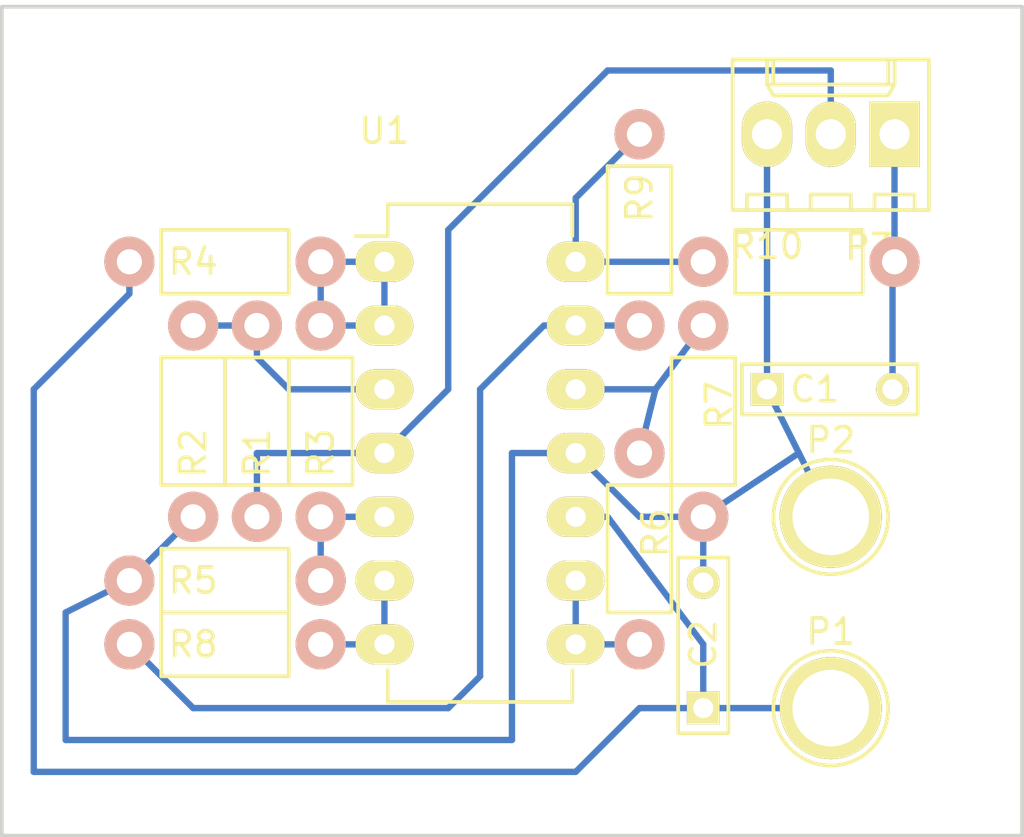
<source format=kicad_pcb>
(kicad_pcb (version 4) (host pcbnew "(2014-jul-16 BZR unknown)-product")

  (general
    (links 31)
    (no_connects 0)
    (area 109.144999 97.079999 166.445001 136.600001)
    (thickness 1.6)
    (drawings 4)
    (tracks 63)
    (zones 0)
    (modules 16)
    (nets 13)
  )

  (page A4)
  (layers
    (0 F.Cu signal)
    (31 B.Cu signal)
    (32 B.Adhes user)
    (33 F.Adhes user)
    (34 B.Paste user)
    (35 F.Paste user)
    (36 B.SilkS user)
    (37 F.SilkS user)
    (38 B.Mask user)
    (39 F.Mask user)
    (40 Dwgs.User user)
    (41 Cmts.User user)
    (42 Eco1.User user)
    (43 Eco2.User user)
    (44 Edge.Cuts user)
    (45 Margin user)
    (46 B.CrtYd user)
    (47 F.CrtYd user)
    (48 B.Fab user)
    (49 F.Fab user)
  )

  (setup
    (last_trace_width 0.254)
    (trace_clearance 0.254)
    (zone_clearance 0.508)
    (zone_45_only no)
    (trace_min 0.254)
    (segment_width 0.2)
    (edge_width 0.15)
    (via_size 0.889)
    (via_drill 0.635)
    (via_min_size 0.889)
    (via_min_drill 0.508)
    (uvia_size 0.508)
    (uvia_drill 0.127)
    (uvias_allowed no)
    (uvia_min_size 0.508)
    (uvia_min_drill 0.127)
    (pcb_text_width 0.3)
    (pcb_text_size 1 1)
    (mod_edge_width 0.15)
    (mod_text_size 1 1)
    (mod_text_width 0.15)
    (pad_size 1 1)
    (pad_drill 0.6)
    (pad_to_mask_clearance 0)
    (aux_axis_origin 0 0)
    (visible_elements 7FFFFFFF)
    (pcbplotparams
      (layerselection 0x00030_80000001)
      (usegerberextensions false)
      (excludeedgelayer true)
      (linewidth 0.100000)
      (plotframeref false)
      (viasonmask false)
      (mode 1)
      (useauxorigin false)
      (hpglpennumber 1)
      (hpglpenspeed 20)
      (hpglpendiameter 15)
      (hpglpenoverlay 2)
      (psnegative false)
      (psa4output false)
      (plotreference true)
      (plotvalue true)
      (plotinvisibletext false)
      (padsonsilk false)
      (subtractmaskfromsilk false)
      (outputformat 1)
      (mirror false)
      (drillshape 1)
      (scaleselection 1)
      (outputdirectory ""))
  )

  (net 0 "")
  (net 1 "Net-(C2-Pad1)")
  (net 2 GND)
  (net 3 +5V)
  (net 4 "Net-(R1-Pad2)")
  (net 5 "Net-(R3-Pad1)")
  (net 6 "Net-(R3-Pad2)")
  (net 7 "Net-(R6-Pad1)")
  (net 8 "Net-(R6-Pad2)")
  (net 9 "Net-(R8-Pad1)")
  (net 10 "Net-(R8-Pad2)")
  (net 11 "Net-(C1-Pad2)")
  (net 12 "Net-(R10-Pad2)")

  (net_class Default "Ceci est la Netclass par défaut"
    (clearance 0.254)
    (trace_width 0.254)
    (via_dia 0.889)
    (via_drill 0.635)
    (uvia_dia 0.508)
    (uvia_drill 0.127)
    (add_net +5V)
    (add_net GND)
    (add_net "Net-(C1-Pad2)")
    (add_net "Net-(C2-Pad1)")
    (add_net "Net-(R1-Pad2)")
    (add_net "Net-(R10-Pad2)")
    (add_net "Net-(R3-Pad1)")
    (add_net "Net-(R3-Pad2)")
    (add_net "Net-(R6-Pad1)")
    (add_net "Net-(R6-Pad2)")
    (add_net "Net-(R8-Pad1)")
    (add_net "Net-(R8-Pad2)")
  )

  (module Capacitors_ThroughHole:C_Rect_L7_W2_P5 placed (layer F.Cu) (tedit 574C3538) (tstamp 574C310E)
    (at 142.24 124.46 90)
    (descr "Film Capacitor Length 7 x Width 2mm, Pitch 5mm")
    (tags Capacitor)
    (path /574C2E39)
    (fp_text reference C2 (at 2.54 0 90) (layer F.SilkS)
      (effects (font (size 1 1) (thickness 0.15)))
    )
    (fp_text value 100n (at 2.5 2.5 90) (layer F.Fab)
      (effects (font (size 1 1) (thickness 0.15)))
    )
    (fp_line (start -1.25 -1.25) (end 6.25 -1.25) (layer F.CrtYd) (width 0.05))
    (fp_line (start 6.25 -1.25) (end 6.25 1.25) (layer F.CrtYd) (width 0.05))
    (fp_line (start 6.25 1.25) (end -1.25 1.25) (layer F.CrtYd) (width 0.05))
    (fp_line (start -1.25 1.25) (end -1.25 -1.25) (layer F.CrtYd) (width 0.05))
    (fp_line (start -1 -1) (end 6 -1) (layer F.SilkS) (width 0.15))
    (fp_line (start 6 -1) (end 6 1) (layer F.SilkS) (width 0.15))
    (fp_line (start 6 1) (end -1 1) (layer F.SilkS) (width 0.15))
    (fp_line (start -1 1) (end -1 -1) (layer F.SilkS) (width 0.15))
    (pad 1 thru_hole rect (at 0 0 90) (size 1.3 1.3) (drill 0.8) (layers *.Cu *.Mask F.SilkS)
      (net 1 "Net-(C2-Pad1)"))
    (pad 2 thru_hole circle (at 5 0 90) (size 1.3 1.3) (drill 0.8) (layers *.Cu *.Mask F.SilkS)
      (net 2 GND))
    (model Capacitors_ThroughHole.3dshapes/C_Rect_L7_W2_P5.wrl
      (at (xyz 0.098425 0 0))
      (scale (xyz 1 1 1))
      (rotate (xyz 0 0 0))
    )
  )

  (module Connect:1pin placed (layer F.Cu) (tedit 574C30DA) (tstamp 574C3113)
    (at 147.32 124.46)
    (descr "module 1 pin (ou trou mecanique de percage)")
    (tags DEV)
    (path /574C3145)
    (fp_text reference P1 (at 0 -3.048) (layer F.SilkS)
      (effects (font (size 1 1) (thickness 0.15)))
    )
    (fp_text value CONN_01X01 (at 0 2.794) (layer F.Fab)
      (effects (font (size 1 1) (thickness 0.15)))
    )
    (fp_circle (center 0 0) (end 0 -2.286) (layer F.SilkS) (width 0.15))
    (pad 1 thru_hole circle (at 0 0) (size 4.064 4.064) (drill 3.048) (layers *.Cu *.Mask F.SilkS)
      (net 1 "Net-(C2-Pad1)"))
  )

  (module Connect:1pin placed (layer F.Cu) (tedit 574C30DA) (tstamp 574C3118)
    (at 147.32 116.84)
    (descr "module 1 pin (ou trou mecanique de percage)")
    (tags DEV)
    (path /574C3106)
    (fp_text reference P2 (at 0 -3.048) (layer F.SilkS)
      (effects (font (size 1 1) (thickness 0.15)))
    )
    (fp_text value CONN_01X01 (at 0 2.794) (layer F.Fab)
      (effects (font (size 1 1) (thickness 0.15)))
    )
    (fp_circle (center 0 0) (end 0 -2.286) (layer F.SilkS) (width 0.15))
    (pad 1 thru_hole circle (at 0 0) (size 4.064 4.064) (drill 3.048) (layers *.Cu *.Mask F.SilkS)
      (net 2 GND))
  )

  (module Resistors_ThroughHole:Resistor_Horizontal_RM7mm placed (layer F.Cu) (tedit 574C34FB) (tstamp 574C3123)
    (at 124.46 116.84 90)
    (descr "Resistor, Axial,  RM 7.62mm, 1/3W,")
    (tags "Resistor Axial RM 7.62mm 1/3W R3")
    (path /574C2A2B)
    (fp_text reference R1 (at 2.54 0 90) (layer F.SilkS)
      (effects (font (size 1 1) (thickness 0.15)))
    )
    (fp_text value 10k (at 5.08 0 90) (layer F.Fab)
      (effects (font (size 1 1) (thickness 0.15)))
    )
    (fp_line (start -1.25 -1.5) (end 8.85 -1.5) (layer F.CrtYd) (width 0.05))
    (fp_line (start -1.25 1.5) (end -1.25 -1.5) (layer F.CrtYd) (width 0.05))
    (fp_line (start 8.85 -1.5) (end 8.85 1.5) (layer F.CrtYd) (width 0.05))
    (fp_line (start -1.25 1.5) (end 8.85 1.5) (layer F.CrtYd) (width 0.05))
    (fp_line (start 1.27 -1.27) (end 6.35 -1.27) (layer F.SilkS) (width 0.15))
    (fp_line (start 6.35 -1.27) (end 6.35 1.27) (layer F.SilkS) (width 0.15))
    (fp_line (start 6.35 1.27) (end 1.27 1.27) (layer F.SilkS) (width 0.15))
    (fp_line (start 1.27 1.27) (end 1.27 -1.27) (layer F.SilkS) (width 0.15))
    (pad 1 thru_hole circle (at 0 0 90) (size 1.99898 1.99898) (drill 1.00076) (layers *.Cu *.SilkS *.Mask)
      (net 3 +5V))
    (pad 2 thru_hole circle (at 7.62 0 90) (size 1.99898 1.99898) (drill 1.00076) (layers *.Cu *.SilkS *.Mask)
      (net 4 "Net-(R1-Pad2)"))
  )

  (module Resistors_ThroughHole:Resistor_Horizontal_RM7mm placed (layer F.Cu) (tedit 574C34F7) (tstamp 574C3129)
    (at 121.92 109.22 270)
    (descr "Resistor, Axial,  RM 7.62mm, 1/3W,")
    (tags "Resistor Axial RM 7.62mm 1/3W R3")
    (path /574C2A6C)
    (fp_text reference R2 (at 5.08 0 270) (layer F.SilkS)
      (effects (font (size 1 1) (thickness 0.15)))
    )
    (fp_text value 1k (at 2.54 0 270) (layer F.Fab)
      (effects (font (size 1 1) (thickness 0.15)))
    )
    (fp_line (start -1.25 -1.5) (end 8.85 -1.5) (layer F.CrtYd) (width 0.05))
    (fp_line (start -1.25 1.5) (end -1.25 -1.5) (layer F.CrtYd) (width 0.05))
    (fp_line (start 8.85 -1.5) (end 8.85 1.5) (layer F.CrtYd) (width 0.05))
    (fp_line (start -1.25 1.5) (end 8.85 1.5) (layer F.CrtYd) (width 0.05))
    (fp_line (start 1.27 -1.27) (end 6.35 -1.27) (layer F.SilkS) (width 0.15))
    (fp_line (start 6.35 -1.27) (end 6.35 1.27) (layer F.SilkS) (width 0.15))
    (fp_line (start 6.35 1.27) (end 1.27 1.27) (layer F.SilkS) (width 0.15))
    (fp_line (start 1.27 1.27) (end 1.27 -1.27) (layer F.SilkS) (width 0.15))
    (pad 1 thru_hole circle (at 0 0 270) (size 1.99898 1.99898) (drill 1.00076) (layers *.Cu *.SilkS *.Mask)
      (net 4 "Net-(R1-Pad2)"))
    (pad 2 thru_hole circle (at 7.62 0 270) (size 1.99898 1.99898) (drill 1.00076) (layers *.Cu *.SilkS *.Mask)
      (net 2 GND))
  )

  (module Resistors_ThroughHole:Resistor_Horizontal_RM7mm placed (layer F.Cu) (tedit 574C3504) (tstamp 574C312F)
    (at 127 116.84 90)
    (descr "Resistor, Axial,  RM 7.62mm, 1/3W,")
    (tags "Resistor Axial RM 7.62mm 1/3W R3")
    (path /574C2BB5)
    (fp_text reference R3 (at 2.54 0 90) (layer F.SilkS)
      (effects (font (size 1 1) (thickness 0.15)))
    )
    (fp_text value 10k (at 5.08 0 90) (layer F.Fab)
      (effects (font (size 1 1) (thickness 0.15)))
    )
    (fp_line (start -1.25 -1.5) (end 8.85 -1.5) (layer F.CrtYd) (width 0.05))
    (fp_line (start -1.25 1.5) (end -1.25 -1.5) (layer F.CrtYd) (width 0.05))
    (fp_line (start 8.85 -1.5) (end 8.85 1.5) (layer F.CrtYd) (width 0.05))
    (fp_line (start -1.25 1.5) (end 8.85 1.5) (layer F.CrtYd) (width 0.05))
    (fp_line (start 1.27 -1.27) (end 6.35 -1.27) (layer F.SilkS) (width 0.15))
    (fp_line (start 6.35 -1.27) (end 6.35 1.27) (layer F.SilkS) (width 0.15))
    (fp_line (start 6.35 1.27) (end 1.27 1.27) (layer F.SilkS) (width 0.15))
    (fp_line (start 1.27 1.27) (end 1.27 -1.27) (layer F.SilkS) (width 0.15))
    (pad 1 thru_hole circle (at 0 0 90) (size 1.99898 1.99898) (drill 1.00076) (layers *.Cu *.SilkS *.Mask)
      (net 5 "Net-(R3-Pad1)"))
    (pad 2 thru_hole circle (at 7.62 0 90) (size 1.99898 1.99898) (drill 1.00076) (layers *.Cu *.SilkS *.Mask)
      (net 6 "Net-(R3-Pad2)"))
  )

  (module Resistors_ThroughHole:Resistor_Horizontal_RM7mm placed (layer F.Cu) (tedit 574C350E) (tstamp 574C3135)
    (at 127 106.68 180)
    (descr "Resistor, Axial,  RM 7.62mm, 1/3W,")
    (tags "Resistor Axial RM 7.62mm 1/3W R3")
    (path /574C2C27)
    (fp_text reference R4 (at 5.08 0 180) (layer F.SilkS)
      (effects (font (size 1 1) (thickness 0.15)))
    )
    (fp_text value 10k (at 2.54 0 180) (layer F.Fab)
      (effects (font (size 1 1) (thickness 0.15)))
    )
    (fp_line (start -1.25 -1.5) (end 8.85 -1.5) (layer F.CrtYd) (width 0.05))
    (fp_line (start -1.25 1.5) (end -1.25 -1.5) (layer F.CrtYd) (width 0.05))
    (fp_line (start 8.85 -1.5) (end 8.85 1.5) (layer F.CrtYd) (width 0.05))
    (fp_line (start -1.25 1.5) (end 8.85 1.5) (layer F.CrtYd) (width 0.05))
    (fp_line (start 1.27 -1.27) (end 6.35 -1.27) (layer F.SilkS) (width 0.15))
    (fp_line (start 6.35 -1.27) (end 6.35 1.27) (layer F.SilkS) (width 0.15))
    (fp_line (start 6.35 1.27) (end 1.27 1.27) (layer F.SilkS) (width 0.15))
    (fp_line (start 1.27 1.27) (end 1.27 -1.27) (layer F.SilkS) (width 0.15))
    (pad 1 thru_hole circle (at 0 0 180) (size 1.99898 1.99898) (drill 1.00076) (layers *.Cu *.SilkS *.Mask)
      (net 6 "Net-(R3-Pad2)"))
    (pad 2 thru_hole circle (at 7.62 0 180) (size 1.99898 1.99898) (drill 1.00076) (layers *.Cu *.SilkS *.Mask)
      (net 1 "Net-(C2-Pad1)"))
  )

  (module Resistors_ThroughHole:Resistor_Horizontal_RM7mm placed (layer F.Cu) (tedit 574C3546) (tstamp 574C313B)
    (at 119.38 119.38)
    (descr "Resistor, Axial,  RM 7.62mm, 1/3W,")
    (tags "Resistor Axial RM 7.62mm 1/3W R3")
    (path /574C2C5D)
    (fp_text reference R5 (at 2.54 0) (layer F.SilkS)
      (effects (font (size 1 1) (thickness 0.15)))
    )
    (fp_text value 10k (at 5.08 0) (layer F.Fab)
      (effects (font (size 1 1) (thickness 0.15)))
    )
    (fp_line (start -1.25 -1.5) (end 8.85 -1.5) (layer F.CrtYd) (width 0.05))
    (fp_line (start -1.25 1.5) (end -1.25 -1.5) (layer F.CrtYd) (width 0.05))
    (fp_line (start 8.85 -1.5) (end 8.85 1.5) (layer F.CrtYd) (width 0.05))
    (fp_line (start -1.25 1.5) (end 8.85 1.5) (layer F.CrtYd) (width 0.05))
    (fp_line (start 1.27 -1.27) (end 6.35 -1.27) (layer F.SilkS) (width 0.15))
    (fp_line (start 6.35 -1.27) (end 6.35 1.27) (layer F.SilkS) (width 0.15))
    (fp_line (start 6.35 1.27) (end 1.27 1.27) (layer F.SilkS) (width 0.15))
    (fp_line (start 1.27 1.27) (end 1.27 -1.27) (layer F.SilkS) (width 0.15))
    (pad 1 thru_hole circle (at 0 0) (size 1.99898 1.99898) (drill 1.00076) (layers *.Cu *.SilkS *.Mask)
      (net 2 GND))
    (pad 2 thru_hole circle (at 7.62 0) (size 1.99898 1.99898) (drill 1.00076) (layers *.Cu *.SilkS *.Mask)
      (net 5 "Net-(R3-Pad1)"))
  )

  (module Resistors_ThroughHole:Resistor_Horizontal_RM7mm placed (layer F.Cu) (tedit 574C352C) (tstamp 574C4299)
    (at 139.7 114.3 270)
    (descr "Resistor, Axial,  RM 7.62mm, 1/3W,")
    (tags "Resistor Axial RM 7.62mm 1/3W R3")
    (path /574C36A7)
    (fp_text reference R6 (at 3.175 -0.635 270) (layer F.SilkS)
      (effects (font (size 1 1) (thickness 0.15)))
    )
    (fp_text value 2.2k (at 4.445 0.635 270) (layer F.Fab)
      (effects (font (size 1 1) (thickness 0.15)))
    )
    (fp_line (start -1.25 -1.5) (end 8.85 -1.5) (layer F.CrtYd) (width 0.05))
    (fp_line (start -1.25 1.5) (end -1.25 -1.5) (layer F.CrtYd) (width 0.05))
    (fp_line (start 8.85 -1.5) (end 8.85 1.5) (layer F.CrtYd) (width 0.05))
    (fp_line (start -1.25 1.5) (end 8.85 1.5) (layer F.CrtYd) (width 0.05))
    (fp_line (start 1.27 -1.27) (end 6.35 -1.27) (layer F.SilkS) (width 0.15))
    (fp_line (start 6.35 -1.27) (end 6.35 1.27) (layer F.SilkS) (width 0.15))
    (fp_line (start 6.35 1.27) (end 1.27 1.27) (layer F.SilkS) (width 0.15))
    (fp_line (start 1.27 1.27) (end 1.27 -1.27) (layer F.SilkS) (width 0.15))
    (pad 1 thru_hole circle (at 0 0 270) (size 1.99898 1.99898) (drill 1.00076) (layers *.Cu *.SilkS *.Mask)
      (net 7 "Net-(R6-Pad1)"))
    (pad 2 thru_hole circle (at 7.62 0 270) (size 1.99898 1.99898) (drill 1.00076) (layers *.Cu *.SilkS *.Mask)
      (net 8 "Net-(R6-Pad2)"))
  )

  (module Resistors_ThroughHole:Resistor_Horizontal_RM7mm placed (layer F.Cu) (tedit 574C3532) (tstamp 574C3147)
    (at 142.24 109.22 270)
    (descr "Resistor, Axial,  RM 7.62mm, 1/3W,")
    (tags "Resistor Axial RM 7.62mm 1/3W R3")
    (path /574C37D0)
    (fp_text reference R7 (at 3.175 -0.635 270) (layer F.SilkS)
      (effects (font (size 1 1) (thickness 0.15)))
    )
    (fp_text value 47k (at 4.445 0.635 270) (layer F.Fab)
      (effects (font (size 1 1) (thickness 0.15)))
    )
    (fp_line (start -1.25 -1.5) (end 8.85 -1.5) (layer F.CrtYd) (width 0.05))
    (fp_line (start -1.25 1.5) (end -1.25 -1.5) (layer F.CrtYd) (width 0.05))
    (fp_line (start 8.85 -1.5) (end 8.85 1.5) (layer F.CrtYd) (width 0.05))
    (fp_line (start -1.25 1.5) (end 8.85 1.5) (layer F.CrtYd) (width 0.05))
    (fp_line (start 1.27 -1.27) (end 6.35 -1.27) (layer F.SilkS) (width 0.15))
    (fp_line (start 6.35 -1.27) (end 6.35 1.27) (layer F.SilkS) (width 0.15))
    (fp_line (start 6.35 1.27) (end 1.27 1.27) (layer F.SilkS) (width 0.15))
    (fp_line (start 1.27 1.27) (end 1.27 -1.27) (layer F.SilkS) (width 0.15))
    (pad 1 thru_hole circle (at 0 0 270) (size 1.99898 1.99898) (drill 1.00076) (layers *.Cu *.SilkS *.Mask)
      (net 7 "Net-(R6-Pad1)"))
    (pad 2 thru_hole circle (at 7.62 0 270) (size 1.99898 1.99898) (drill 1.00076) (layers *.Cu *.SilkS *.Mask)
      (net 2 GND))
  )

  (module Resistors_ThroughHole:Resistor_Horizontal_RM7mm placed (layer F.Cu) (tedit 574C354B) (tstamp 574C314D)
    (at 119.38 121.92)
    (descr "Resistor, Axial,  RM 7.62mm, 1/3W,")
    (tags "Resistor Axial RM 7.62mm 1/3W R3")
    (path /574C3737)
    (fp_text reference R8 (at 2.54 0) (layer F.SilkS)
      (effects (font (size 1 1) (thickness 0.15)))
    )
    (fp_text value 2.2k (at 5.08 0) (layer F.Fab)
      (effects (font (size 1 1) (thickness 0.15)))
    )
    (fp_line (start -1.25 -1.5) (end 8.85 -1.5) (layer F.CrtYd) (width 0.05))
    (fp_line (start -1.25 1.5) (end -1.25 -1.5) (layer F.CrtYd) (width 0.05))
    (fp_line (start 8.85 -1.5) (end 8.85 1.5) (layer F.CrtYd) (width 0.05))
    (fp_line (start -1.25 1.5) (end 8.85 1.5) (layer F.CrtYd) (width 0.05))
    (fp_line (start 1.27 -1.27) (end 6.35 -1.27) (layer F.SilkS) (width 0.15))
    (fp_line (start 6.35 -1.27) (end 6.35 1.27) (layer F.SilkS) (width 0.15))
    (fp_line (start 6.35 1.27) (end 1.27 1.27) (layer F.SilkS) (width 0.15))
    (fp_line (start 1.27 1.27) (end 1.27 -1.27) (layer F.SilkS) (width 0.15))
    (pad 1 thru_hole circle (at 0 0) (size 1.99898 1.99898) (drill 1.00076) (layers *.Cu *.SilkS *.Mask)
      (net 9 "Net-(R8-Pad1)"))
    (pad 2 thru_hole circle (at 7.62 0) (size 1.99898 1.99898) (drill 1.00076) (layers *.Cu *.SilkS *.Mask)
      (net 10 "Net-(R8-Pad2)"))
  )

  (module Resistors_ThroughHole:Resistor_Horizontal_RM7mm placed (layer F.Cu) (tedit 574C3524) (tstamp 574C3153)
    (at 139.7 101.6 270)
    (descr "Resistor, Axial,  RM 7.62mm, 1/3W,")
    (tags "Resistor Axial RM 7.62mm 1/3W R3")
    (path /574C3ACE)
    (fp_text reference R9 (at 2.54 0 270) (layer F.SilkS)
      (effects (font (size 1 1) (thickness 0.15)))
    )
    (fp_text value 47k (at 5.08 0 270) (layer F.Fab)
      (effects (font (size 1 1) (thickness 0.15)))
    )
    (fp_line (start -1.25 -1.5) (end 8.85 -1.5) (layer F.CrtYd) (width 0.05))
    (fp_line (start -1.25 1.5) (end -1.25 -1.5) (layer F.CrtYd) (width 0.05))
    (fp_line (start 8.85 -1.5) (end 8.85 1.5) (layer F.CrtYd) (width 0.05))
    (fp_line (start -1.25 1.5) (end 8.85 1.5) (layer F.CrtYd) (width 0.05))
    (fp_line (start 1.27 -1.27) (end 6.35 -1.27) (layer F.SilkS) (width 0.15))
    (fp_line (start 6.35 -1.27) (end 6.35 1.27) (layer F.SilkS) (width 0.15))
    (fp_line (start 6.35 1.27) (end 1.27 1.27) (layer F.SilkS) (width 0.15))
    (fp_line (start 1.27 1.27) (end 1.27 -1.27) (layer F.SilkS) (width 0.15))
    (pad 1 thru_hole circle (at 0 0 270) (size 1.99898 1.99898) (drill 1.00076) (layers *.Cu *.SilkS *.Mask)
      (net 12 "Net-(R10-Pad2)"))
    (pad 2 thru_hole circle (at 7.62 0 270) (size 1.99898 1.99898) (drill 1.00076) (layers *.Cu *.SilkS *.Mask)
      (net 9 "Net-(R8-Pad1)"))
  )

  (module Housings_DIP:DIP-14_W7.62mm_LongPads placed (layer F.Cu) (tedit 574C3515) (tstamp 574C3165)
    (at 129.54 106.68)
    (descr "14-lead dip package, row spacing 7.62 mm (300 mils), longer pads")
    (tags "dil dip 2.54 300")
    (path /574C29FA)
    (fp_text reference U1 (at 0 -5.22) (layer F.SilkS)
      (effects (font (size 1 1) (thickness 0.15)))
    )
    (fp_text value LM324N (at 5.08 -5.08) (layer F.Fab)
      (effects (font (size 1 1) (thickness 0.15)))
    )
    (fp_line (start -1.4 -2.45) (end -1.4 17.7) (layer F.CrtYd) (width 0.05))
    (fp_line (start 9 -2.45) (end 9 17.7) (layer F.CrtYd) (width 0.05))
    (fp_line (start -1.4 -2.45) (end 9 -2.45) (layer F.CrtYd) (width 0.05))
    (fp_line (start -1.4 17.7) (end 9 17.7) (layer F.CrtYd) (width 0.05))
    (fp_line (start 0.135 -2.295) (end 0.135 -1.025) (layer F.SilkS) (width 0.15))
    (fp_line (start 7.485 -2.295) (end 7.485 -1.025) (layer F.SilkS) (width 0.15))
    (fp_line (start 7.485 17.535) (end 7.485 16.265) (layer F.SilkS) (width 0.15))
    (fp_line (start 0.135 17.535) (end 0.135 16.265) (layer F.SilkS) (width 0.15))
    (fp_line (start 0.135 -2.295) (end 7.485 -2.295) (layer F.SilkS) (width 0.15))
    (fp_line (start 0.135 17.535) (end 7.485 17.535) (layer F.SilkS) (width 0.15))
    (fp_line (start 0.135 -1.025) (end -1.15 -1.025) (layer F.SilkS) (width 0.15))
    (pad 1 thru_hole oval (at 0 0) (size 2.3 1.6) (drill 0.8) (layers *.Cu *.Mask F.SilkS)
      (net 6 "Net-(R3-Pad2)"))
    (pad 2 thru_hole oval (at 0 2.54) (size 2.3 1.6) (drill 0.8) (layers *.Cu *.Mask F.SilkS)
      (net 6 "Net-(R3-Pad2)"))
    (pad 3 thru_hole oval (at 0 5.08) (size 2.3 1.6) (drill 0.8) (layers *.Cu *.Mask F.SilkS)
      (net 4 "Net-(R1-Pad2)"))
    (pad 4 thru_hole oval (at 0 7.62) (size 2.3 1.6) (drill 0.8) (layers *.Cu *.Mask F.SilkS)
      (net 3 +5V))
    (pad 5 thru_hole oval (at 0 10.16) (size 2.3 1.6) (drill 0.8) (layers *.Cu *.Mask F.SilkS)
      (net 5 "Net-(R3-Pad1)"))
    (pad 6 thru_hole oval (at 0 12.7) (size 2.3 1.6) (drill 0.8) (layers *.Cu *.Mask F.SilkS)
      (net 10 "Net-(R8-Pad2)"))
    (pad 7 thru_hole oval (at 0 15.24) (size 2.3 1.6) (drill 0.8) (layers *.Cu *.Mask F.SilkS)
      (net 10 "Net-(R8-Pad2)"))
    (pad 8 thru_hole oval (at 7.62 15.24) (size 2.3 1.6) (drill 0.8) (layers *.Cu *.Mask F.SilkS)
      (net 8 "Net-(R6-Pad2)"))
    (pad 9 thru_hole oval (at 7.62 12.7) (size 2.3 1.6) (drill 0.8) (layers *.Cu *.Mask F.SilkS)
      (net 8 "Net-(R6-Pad2)"))
    (pad 10 thru_hole oval (at 7.62 10.16) (size 2.3 1.6) (drill 0.8) (layers *.Cu *.Mask F.SilkS)
      (net 1 "Net-(C2-Pad1)"))
    (pad 11 thru_hole oval (at 7.62 7.62) (size 2.3 1.6) (drill 0.8) (layers *.Cu *.Mask F.SilkS)
      (net 2 GND))
    (pad 12 thru_hole oval (at 7.62 5.08) (size 2.3 1.6) (drill 0.8) (layers *.Cu *.Mask F.SilkS)
      (net 7 "Net-(R6-Pad1)"))
    (pad 13 thru_hole oval (at 7.62 2.54) (size 2.3 1.6) (drill 0.8) (layers *.Cu *.Mask F.SilkS)
      (net 9 "Net-(R8-Pad1)"))
    (pad 14 thru_hole oval (at 7.62 0) (size 2.3 1.6) (drill 0.8) (layers *.Cu *.Mask F.SilkS)
      (net 12 "Net-(R10-Pad2)"))
    (model Housings_DIP.3dshapes/DIP-14_W7.62mm_LongPads.wrl
      (at (xyz 0 0 0))
      (scale (xyz 1 1 1))
      (rotate (xyz 0 0 0))
    )
  )

  (module Capacitors_ThroughHole:C_Rect_L7_W2_P5 (layer F.Cu) (tedit 574C3BD1) (tstamp 574C4039)
    (at 144.78 111.76)
    (descr "Film Capacitor Length 7 x Width 2mm, Pitch 5mm")
    (tags Capacitor)
    (path /574C3E00)
    (fp_text reference C1 (at 1.905 0) (layer F.SilkS)
      (effects (font (size 1 1) (thickness 0.15)))
    )
    (fp_text value 100n (at 8.255 0) (layer F.Fab)
      (effects (font (size 1 1) (thickness 0.15)))
    )
    (fp_line (start -1.25 -1.25) (end 6.25 -1.25) (layer F.CrtYd) (width 0.05))
    (fp_line (start 6.25 -1.25) (end 6.25 1.25) (layer F.CrtYd) (width 0.05))
    (fp_line (start 6.25 1.25) (end -1.25 1.25) (layer F.CrtYd) (width 0.05))
    (fp_line (start -1.25 1.25) (end -1.25 -1.25) (layer F.CrtYd) (width 0.05))
    (fp_line (start -1 -1) (end 6 -1) (layer F.SilkS) (width 0.15))
    (fp_line (start 6 -1) (end 6 1) (layer F.SilkS) (width 0.15))
    (fp_line (start 6 1) (end -1 1) (layer F.SilkS) (width 0.15))
    (fp_line (start -1 1) (end -1 -1) (layer F.SilkS) (width 0.15))
    (pad 1 thru_hole rect (at 0 0) (size 1.3 1.3) (drill 0.8) (layers *.Cu *.Mask F.SilkS)
      (net 2 GND))
    (pad 2 thru_hole circle (at 5 0) (size 1.3 1.3) (drill 0.8) (layers *.Cu *.Mask F.SilkS)
      (net 11 "Net-(C1-Pad2)"))
    (model Capacitors_ThroughHole.3dshapes/C_Rect_L7_W2_P5.wrl
      (at (xyz 0.098425 0 0))
      (scale (xyz 1 1 1))
      (rotate (xyz 0 0 0))
    )
  )

  (module Connectors_Molex:Molex_KK_6410-03 (layer F.Cu) (tedit 56C6219D) (tstamp 574C403A)
    (at 149.86 101.6 180)
    (descr "Connector Headers with Friction Lock, 22-27-2031, http://www.molex.com/pdm_docs/sd/022272021_sd.pdf")
    (tags "connector molex kk_6410 22-27-2031")
    (path /574C43EF)
    (fp_text reference P3 (at 1 -4.5 180) (layer F.SilkS)
      (effects (font (size 1 1) (thickness 0.15)))
    )
    (fp_text value CONN_01X03 (at 2.54 4.5 180) (layer F.Fab)
      (effects (font (size 1 1) (thickness 0.15)))
    )
    (fp_line (start -1.37 -3.02) (end -1.37 2.98) (layer F.SilkS) (width 0.15))
    (fp_line (start -1.37 2.98) (end 6.45 2.98) (layer F.SilkS) (width 0.15))
    (fp_line (start 6.45 2.98) (end 6.45 -3.02) (layer F.SilkS) (width 0.15))
    (fp_line (start 6.45 -3.02) (end -1.37 -3.02) (layer F.SilkS) (width 0.15))
    (fp_line (start 0 2.98) (end 0 1.98) (layer F.SilkS) (width 0.15))
    (fp_line (start 0 1.98) (end 5.08 1.98) (layer F.SilkS) (width 0.15))
    (fp_line (start 5.08 1.98) (end 5.08 2.98) (layer F.SilkS) (width 0.15))
    (fp_line (start 0 1.98) (end 0.25 1.55) (layer F.SilkS) (width 0.15))
    (fp_line (start 0.25 1.55) (end 4.83 1.55) (layer F.SilkS) (width 0.15))
    (fp_line (start 4.83 1.55) (end 5.08 1.98) (layer F.SilkS) (width 0.15))
    (fp_line (start 0.25 2.98) (end 0.25 1.98) (layer F.SilkS) (width 0.15))
    (fp_line (start 4.83 2.98) (end 4.83 1.98) (layer F.SilkS) (width 0.15))
    (fp_line (start -0.8 -3.02) (end -0.8 -2.4) (layer F.SilkS) (width 0.15))
    (fp_line (start -0.8 -2.4) (end 0.8 -2.4) (layer F.SilkS) (width 0.15))
    (fp_line (start 0.8 -2.4) (end 0.8 -3.02) (layer F.SilkS) (width 0.15))
    (fp_line (start 1.74 -3.02) (end 1.74 -2.4) (layer F.SilkS) (width 0.15))
    (fp_line (start 1.74 -2.4) (end 3.34 -2.4) (layer F.SilkS) (width 0.15))
    (fp_line (start 3.34 -2.4) (end 3.34 -3.02) (layer F.SilkS) (width 0.15))
    (fp_line (start 4.28 -3.02) (end 4.28 -2.4) (layer F.SilkS) (width 0.15))
    (fp_line (start 4.28 -2.4) (end 5.88 -2.4) (layer F.SilkS) (width 0.15))
    (fp_line (start 5.88 -2.4) (end 5.88 -3.02) (layer F.SilkS) (width 0.15))
    (fp_line (start -1.9 3.5) (end -1.9 -3.55) (layer F.CrtYd) (width 0.05))
    (fp_line (start -1.9 -3.55) (end 7 -3.55) (layer F.CrtYd) (width 0.05))
    (fp_line (start 7 -3.55) (end 7 3.5) (layer F.CrtYd) (width 0.05))
    (fp_line (start 7 3.5) (end -1.9 3.5) (layer F.CrtYd) (width 0.05))
    (pad 1 thru_hole rect (at 0 0 180) (size 2 2.6) (drill 1.2) (layers *.Cu *.Mask F.SilkS)
      (net 11 "Net-(C1-Pad2)"))
    (pad 2 thru_hole oval (at 2.54 0 180) (size 2 2.6) (drill 1.2) (layers *.Cu *.Mask F.SilkS)
      (net 3 +5V))
    (pad 3 thru_hole oval (at 5.08 0 180) (size 2 2.6) (drill 1.2) (layers *.Cu *.Mask F.SilkS)
      (net 2 GND))
  )

  (module Resistors_ThroughHole:Resistor_Horizontal_RM7mm (layer F.Cu) (tedit 574C3BC8) (tstamp 574C4066)
    (at 149.86 106.68 180)
    (descr "Resistor, Axial,  RM 7.62mm, 1/3W,")
    (tags "Resistor Axial RM 7.62mm 1/3W R3")
    (path /574C40A7)
    (fp_text reference R10 (at 5.08 0.635 180) (layer F.SilkS)
      (effects (font (size 1 1) (thickness 0.15)))
    )
    (fp_text value 2.2k (at 2.54 -0.635 180) (layer F.Fab)
      (effects (font (size 1 1) (thickness 0.15)))
    )
    (fp_line (start -1.25 -1.5) (end 8.85 -1.5) (layer F.CrtYd) (width 0.05))
    (fp_line (start -1.25 1.5) (end -1.25 -1.5) (layer F.CrtYd) (width 0.05))
    (fp_line (start 8.85 -1.5) (end 8.85 1.5) (layer F.CrtYd) (width 0.05))
    (fp_line (start -1.25 1.5) (end 8.85 1.5) (layer F.CrtYd) (width 0.05))
    (fp_line (start 1.27 -1.27) (end 6.35 -1.27) (layer F.SilkS) (width 0.15))
    (fp_line (start 6.35 -1.27) (end 6.35 1.27) (layer F.SilkS) (width 0.15))
    (fp_line (start 6.35 1.27) (end 1.27 1.27) (layer F.SilkS) (width 0.15))
    (fp_line (start 1.27 1.27) (end 1.27 -1.27) (layer F.SilkS) (width 0.15))
    (pad 1 thru_hole circle (at 0 0 180) (size 1.99898 1.99898) (drill 1.00076) (layers *.Cu *.SilkS *.Mask)
      (net 11 "Net-(C1-Pad2)"))
    (pad 2 thru_hole circle (at 7.62 0 180) (size 1.99898 1.99898) (drill 1.00076) (layers *.Cu *.SilkS *.Mask)
      (net 12 "Net-(R10-Pad2)"))
  )

  (gr_line (start 154.94 96.52) (end 154.94 129.54) (angle 90) (layer Edge.Cuts) (width 0.15))
  (gr_line (start 114.3 96.52) (end 154.94 96.52) (angle 90) (layer Edge.Cuts) (width 0.15))
  (gr_line (start 114.3 129.54) (end 114.3 96.52) (angle 90) (layer Edge.Cuts) (width 0.15))
  (gr_line (start 154.94 129.54) (end 114.3 129.54) (angle 90) (layer Edge.Cuts) (width 0.15))

  (segment (start 147.32 124.46) (end 142.24 124.46) (width 0.254) (layer B.Cu) (net 1) (status 10))
  (segment (start 142.24 124.46) (end 139.7 124.46) (width 0.254) (layer B.Cu) (net 1) (status 10))
  (segment (start 119.38 107.95) (end 119.38 106.68) (width 0.254) (layer B.Cu) (net 1) (tstamp 574C4142))
  (segment (start 115.57 111.76) (end 119.38 107.95) (width 0.254) (layer B.Cu) (net 1) (tstamp 574C4141))
  (segment (start 115.57 127) (end 115.57 111.76) (width 0.254) (layer B.Cu) (net 1) (tstamp 574C4140))
  (segment (start 137.16 127) (end 115.57 127) (width 0.254) (layer B.Cu) (net 1) (tstamp 574C413E))
  (segment (start 139.7 124.46) (end 137.16 127) (width 0.254) (layer B.Cu) (net 1) (tstamp 574C413C))
  (segment (start 142.24 124.46) (end 142.24 121.92) (width 0.254) (layer B.Cu) (net 1) (status 10))
  (segment (start 138.43 116.84) (end 137.16 116.84) (width 0.254) (layer B.Cu) (net 1) (tstamp 574C40D2))
  (segment (start 142.24 121.92) (end 138.43 116.84) (width 0.254) (layer B.Cu) (net 1) (tstamp 574C40D1))
  (segment (start 144.78 111.76) (end 144.78 101.6) (width 0.254) (layer B.Cu) (net 2) (status 20))
  (segment (start 119.38 119.38) (end 119.38 119.38) (width 0.254) (layer B.Cu) (net 2) (status 10))
  (segment (start 119.38 119.38) (end 121.92 116.84) (width 0.254) (layer B.Cu) (net 2) (tstamp 574C411A))
  (segment (start 137.16 114.3) (end 134.62 114.3) (width 0.254) (layer B.Cu) (net 2))
  (segment (start 116.84 120.65) (end 119.38 119.38) (width 0.254) (layer B.Cu) (net 2) (tstamp 574C4117) (status 20))
  (segment (start 116.84 125.73) (end 116.84 120.65) (width 0.254) (layer B.Cu) (net 2) (tstamp 574C4116))
  (segment (start 134.62 125.73) (end 116.84 125.73) (width 0.254) (layer B.Cu) (net 2) (tstamp 574C4115))
  (segment (start 134.62 114.3) (end 134.62 125.73) (width 0.254) (layer B.Cu) (net 2) (tstamp 574C4114))
  (segment (start 142.24 116.84) (end 139.7 116.84) (width 0.254) (layer B.Cu) (net 2) (status 10))
  (segment (start 139.7 116.84) (end 137.16 114.3) (width 0.254) (layer B.Cu) (net 2) (tstamp 574C4108))
  (segment (start 142.24 119.46) (end 142.24 116.84) (width 0.254) (layer B.Cu) (net 2) (status 10))
  (segment (start 147.32 116.84) (end 146.05 114.3) (width 0.254) (layer B.Cu) (net 2) (status 10))
  (segment (start 142.24 116.84) (end 146.05 114.3) (width 0.254) (layer B.Cu) (net 2) (status 10))
  (segment (start 146.05 114.3) (end 144.78 111.76) (width 0.254) (layer B.Cu) (net 2) (tstamp 574C4101) (status 20))
  (segment (start 129.54 114.3) (end 124.46 114.3) (width 0.254) (layer B.Cu) (net 3))
  (segment (start 124.46 114.3) (end 124.46 116.84) (width 0.254) (layer B.Cu) (net 3) (tstamp 574C4131))
  (segment (start 147.32 101.6) (end 147.32 100.33) (width 0.254) (layer B.Cu) (net 3) (status 30))
  (segment (start 147.32 100.33) (end 147.32 99.06) (width 0.254) (layer B.Cu) (net 3) (tstamp 574C4125) (status 10))
  (segment (start 147.32 99.06) (end 138.43 99.06) (width 0.254) (layer B.Cu) (net 3) (tstamp 574C4127))
  (segment (start 138.43 99.06) (end 132.08 105.41) (width 0.254) (layer B.Cu) (net 3) (tstamp 574C4129))
  (segment (start 132.08 105.41) (end 132.08 111.76) (width 0.254) (layer B.Cu) (net 3) (tstamp 574C412B))
  (segment (start 132.08 111.76) (end 129.54 114.3) (width 0.254) (layer B.Cu) (net 3) (tstamp 574C412D))
  (segment (start 124.46 109.22) (end 124.46 110.49) (width 0.254) (layer B.Cu) (net 4))
  (segment (start 125.73 111.76) (end 129.54 111.76) (width 0.254) (layer B.Cu) (net 4) (tstamp 574C414A))
  (segment (start 124.46 110.49) (end 125.73 111.76) (width 0.254) (layer B.Cu) (net 4) (tstamp 574C4148))
  (segment (start 121.92 109.22) (end 124.46 109.22) (width 0.254) (layer B.Cu) (net 4))
  (segment (start 127 116.84) (end 129.54 116.84) (width 0.254) (layer B.Cu) (net 5))
  (segment (start 127 119.38) (end 127 118.11) (width 0.254) (layer B.Cu) (net 5) (status 10))
  (segment (start 127 118.11) (end 127 116.84) (width 0.254) (layer B.Cu) (net 5) (tstamp 574C4134))
  (segment (start 127 106.68) (end 127 109.22) (width 0.254) (layer B.Cu) (net 6))
  (segment (start 129.54 106.68) (end 127 106.68) (width 0.254) (layer B.Cu) (net 6))
  (segment (start 129.54 109.22) (end 129.54 106.68) (width 0.254) (layer B.Cu) (net 6))
  (segment (start 129.54 109.22) (end 127 109.22) (width 0.254) (layer B.Cu) (net 6))
  (segment (start 140.335 111.76) (end 142.24 109.22) (width 0.254) (layer B.Cu) (net 7) (status 20))
  (segment (start 137.16 111.76) (end 140.335 111.76) (width 0.254) (layer B.Cu) (net 7))
  (segment (start 140.335 111.76) (end 139.7 114.3) (width 0.254) (layer B.Cu) (net 7) (tstamp 574C40FC) (status 20))
  (segment (start 137.16 119.38) (end 137.16 121.92) (width 0.254) (layer B.Cu) (net 8))
  (segment (start 137.16 121.92) (end 139.7 121.92) (width 0.254) (layer B.Cu) (net 8) (tstamp 574C4139) (status 20))
  (segment (start 137.16 109.22) (end 139.7 109.22) (width 0.254) (layer B.Cu) (net 9))
  (segment (start 119.38 121.92) (end 121.92 124.46) (width 0.254) (layer B.Cu) (net 9))
  (segment (start 135.89 109.22) (end 137.16 109.22) (width 0.254) (layer B.Cu) (net 9) (tstamp 574C40F0))
  (segment (start 133.35 111.76) (end 135.89 109.22) (width 0.254) (layer B.Cu) (net 9) (tstamp 574C40EE))
  (segment (start 133.35 123.19) (end 133.35 111.76) (width 0.254) (layer B.Cu) (net 9) (tstamp 574C40EC))
  (segment (start 132.08 124.46) (end 133.35 123.19) (width 0.254) (layer B.Cu) (net 9) (tstamp 574C40EB))
  (segment (start 121.92 124.46) (end 132.08 124.46) (width 0.254) (layer B.Cu) (net 9) (tstamp 574C40EA))
  (segment (start 129.54 121.92) (end 129.54 119.38) (width 0.254) (layer B.Cu) (net 10))
  (segment (start 127 121.92) (end 129.54 121.92) (width 0.254) (layer B.Cu) (net 10))
  (segment (start 149.86 106.68) (end 149.86 101.6) (width 0.254) (layer B.Cu) (net 11) (status 20))
  (segment (start 149.78 111.76) (end 149.78 106.76) (width 0.254) (layer B.Cu) (net 11) (status 20))
  (segment (start 149.78 106.76) (end 149.86 106.68) (width 0.254) (layer B.Cu) (net 11) (tstamp 574C4120) (status 30))
  (segment (start 137.16 106.68) (end 137.16 104.14) (width 0.254) (layer B.Cu) (net 12))
  (segment (start 137.16 104.14) (end 139.7 101.6) (width 0.254) (layer B.Cu) (net 12) (tstamp 574C40F8))
  (segment (start 142.24 106.68) (end 137.16 106.68) (width 0.254) (layer B.Cu) (net 12) (status 10))

)

</source>
